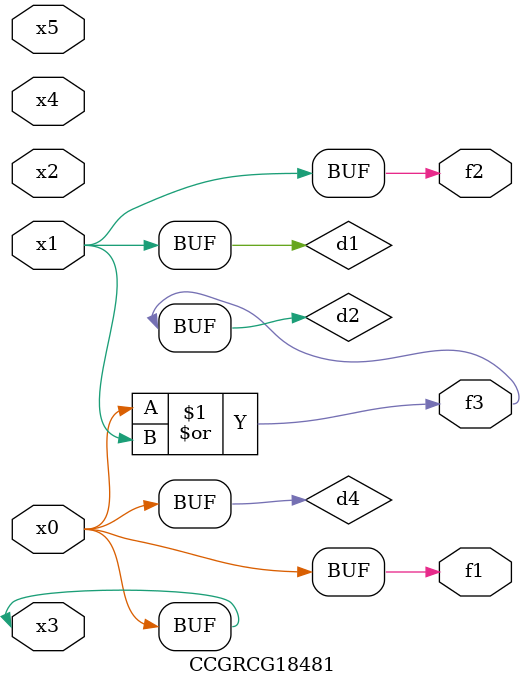
<source format=v>
module CCGRCG18481(
	input x0, x1, x2, x3, x4, x5,
	output f1, f2, f3
);

	wire d1, d2, d3, d4;

	and (d1, x1);
	or (d2, x0, x1);
	nand (d3, x0, x5);
	buf (d4, x0, x3);
	assign f1 = d4;
	assign f2 = d1;
	assign f3 = d2;
endmodule

</source>
